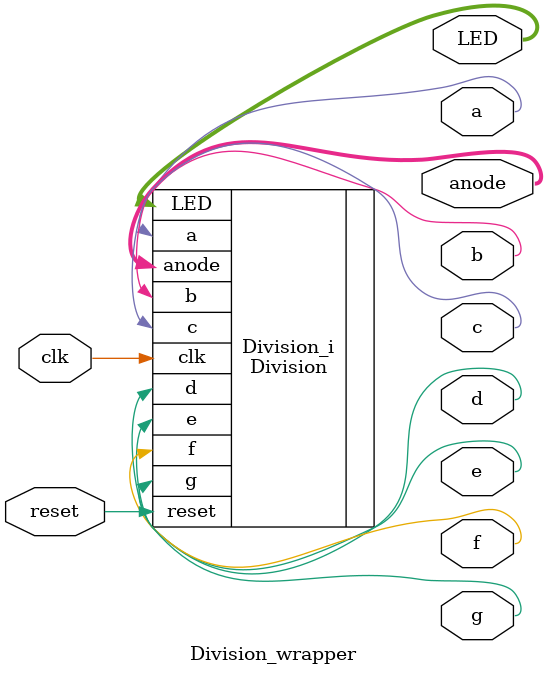
<source format=v>
`timescale 1 ps / 1 ps

module Division_wrapper
   (LED,
    a,
    anode,
    b,
    c,
    clk,
    d,
    e,
    f,
    g,
    reset);
  output [15:0]LED;
  output a;
  output [7:0]anode;
  output b;
  output c;
  input clk;
  output d;
  output e;
  output f;
  output g;
  input reset;

  wire [15:0]LED;
  wire a;
  wire [7:0]anode;
  wire b;
  wire c;
  wire clk;
  wire d;
  wire e;
  wire f;
  wire g;
  wire reset;

  Division Division_i
       (.LED(LED),
        .a(a),
        .anode(anode),
        .b(b),
        .c(c),
        .clk(clk),
        .d(d),
        .e(e),
        .f(f),
        .g(g),
        .reset(reset));
endmodule

</source>
